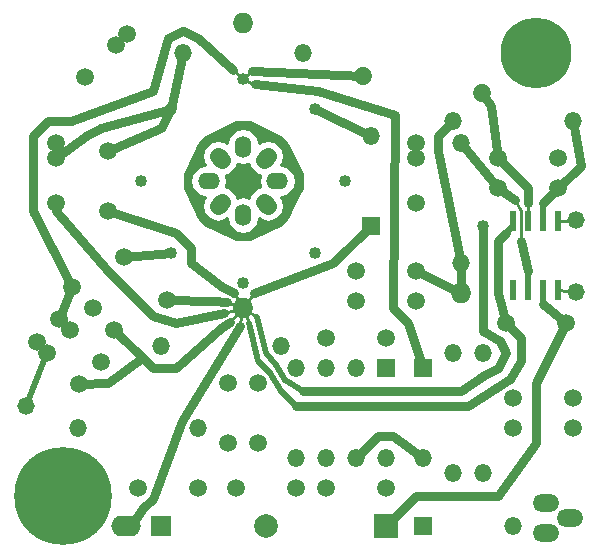
<source format=gtl>
G04 (created by PCBNEW (22-Jun-2014 BZR 4027)-stable) date Sun 29 Apr 2018 01:54:37 PM CDT*
%MOIN*%
G04 Gerber Fmt 3.4, Leading zero omitted, Abs format*
%FSLAX34Y34*%
G01*
G70*
G90*
G04 APERTURE LIST*
%ADD10C,0.00590551*%
%ADD11O,0.0885X0.059*%
%ADD12O,0.059X0.059*%
%ADD13R,0.059X0.059*%
%ADD14R,0.069X0.069*%
%ADD15O,0.099X0.069*%
%ADD16C,0.23622*%
%ADD17C,0.059*%
%ADD18O,0.069X0.069*%
%ADD19R,0.079X0.079*%
%ADD20C,0.079*%
%ADD21C,0.325*%
%ADD22R,0.019X0.07*%
%ADD23C,0.059*%
%ADD24O,0.058X0.058*%
%ADD25C,0.056*%
%ADD26O,0.072X0.056*%
%ADD27O,0.056X0.072*%
%ADD28C,0.04*%
%ADD29C,0.01*%
%ADD30C,0.02*%
%ADD31C,0.03*%
G04 APERTURE END LIST*
G54D10*
G54D11*
X95852Y-43250D03*
X96647Y-43750D03*
X95852Y-44250D03*
G54D12*
X92750Y-38250D03*
X92750Y-42250D03*
X93750Y-42250D03*
X93750Y-38250D03*
X83000Y-38000D03*
X87000Y-38000D03*
X83750Y-28250D03*
X87750Y-28250D03*
X84250Y-40750D03*
X80250Y-40750D03*
G54D13*
X90500Y-38750D03*
G54D12*
X89500Y-38750D03*
X88500Y-38750D03*
X87500Y-38750D03*
X87500Y-41750D03*
X88500Y-41750D03*
X90500Y-41750D03*
X89500Y-41750D03*
G54D14*
X83000Y-44000D03*
G54D15*
X81850Y-44000D03*
G54D16*
X95500Y-28250D03*
G54D17*
X94750Y-40750D03*
X96750Y-40750D03*
X91500Y-36500D03*
X89500Y-36500D03*
X85250Y-41250D03*
X85250Y-39250D03*
X86250Y-41250D03*
X86250Y-39250D03*
X88500Y-42750D03*
X90500Y-42750D03*
X81792Y-35042D03*
X83207Y-36457D03*
X81250Y-31500D03*
X81250Y-33500D03*
X96750Y-39750D03*
X94750Y-39750D03*
X90500Y-37750D03*
X88500Y-37750D03*
X87500Y-42750D03*
X85500Y-42750D03*
G54D18*
X85750Y-36750D03*
G54D19*
X90500Y-44000D03*
G54D20*
X86500Y-44000D03*
G54D13*
X91750Y-38750D03*
G54D12*
X91750Y-41750D03*
G54D13*
X90000Y-34000D03*
G54D12*
X90000Y-31000D03*
G54D13*
X91750Y-44000D03*
G54D12*
X94750Y-44000D03*
G54D17*
X81883Y-27616D03*
X80469Y-29030D03*
X81530Y-27969D03*
X79500Y-31250D03*
X79500Y-33250D03*
X79500Y-31750D03*
X91500Y-31250D03*
X91500Y-33250D03*
X91500Y-31750D03*
G54D21*
X79750Y-43000D03*
G54D18*
X85750Y-27250D03*
G54D22*
X96250Y-33850D03*
X95750Y-33850D03*
X95250Y-33850D03*
X94750Y-33850D03*
X94750Y-36150D03*
X95250Y-36150D03*
X95750Y-36150D03*
X96250Y-36150D03*
G54D23*
X89750Y-29000D02*
X89750Y-29000D01*
X93711Y-29556D02*
X93711Y-29556D01*
G54D12*
X96750Y-30500D03*
X92750Y-30500D03*
X93000Y-31250D03*
X93000Y-35250D03*
G54D17*
X94250Y-31750D03*
X96250Y-31750D03*
X96250Y-32750D03*
X94250Y-32750D03*
X96500Y-37250D03*
X94500Y-37250D03*
G54D18*
X93000Y-36250D03*
G54D17*
X79616Y-37116D03*
X81030Y-38530D03*
X79969Y-37469D03*
X78866Y-37866D03*
X80280Y-39280D03*
X79219Y-38219D03*
X80042Y-36042D03*
X81457Y-37457D03*
X80750Y-36750D03*
G54D24*
X96850Y-33800D03*
X96850Y-36200D03*
X78500Y-40000D03*
G54D25*
X85042Y-31792D02*
X84929Y-31679D01*
X86570Y-31679D02*
X86457Y-31792D01*
G54D26*
X86890Y-32500D03*
G54D27*
X85750Y-31359D03*
G54D25*
X86570Y-33320D02*
X86457Y-33207D01*
G54D27*
X85750Y-33640D03*
G54D25*
X85042Y-33207D02*
X84929Y-33320D01*
G54D26*
X84609Y-32500D03*
G54D17*
X84250Y-42750D03*
X82250Y-42750D03*
X91500Y-35500D03*
X89500Y-35500D03*
G54D28*
X89150Y-32500D03*
X82350Y-32500D03*
X83350Y-30100D03*
X88150Y-34900D03*
X88150Y-30100D03*
X83350Y-34900D03*
X85750Y-29100D03*
X93750Y-34000D03*
X85750Y-35900D03*
G54D29*
X96250Y-36150D02*
X96850Y-36200D01*
X96250Y-33850D02*
X96850Y-33800D01*
G54D30*
X79219Y-38219D02*
X78500Y-40000D01*
G54D31*
X95500Y-39250D02*
X96500Y-37250D01*
X91500Y-43000D02*
X94250Y-43000D01*
X94250Y-43000D02*
X95500Y-41250D01*
X95500Y-41250D02*
X95500Y-39250D01*
X90500Y-44000D02*
X91500Y-43000D01*
X96500Y-37250D02*
X96500Y-37250D01*
G54D30*
X95750Y-36500D02*
X95750Y-36600D01*
G54D31*
X95750Y-36600D02*
X96500Y-37250D01*
X93000Y-31250D02*
X94250Y-32750D01*
G54D29*
X95000Y-34500D02*
X95000Y-33500D01*
G54D30*
X95250Y-36150D02*
X95250Y-35250D01*
G54D31*
X95000Y-34500D02*
X95250Y-35500D01*
G54D30*
X95250Y-35500D02*
X95250Y-35250D01*
G54D29*
X95000Y-33500D02*
X94826Y-33134D01*
G54D31*
X94826Y-33134D02*
X94250Y-32750D01*
X93711Y-29556D02*
X94000Y-30000D01*
X94000Y-30000D02*
X94250Y-31750D01*
G54D29*
X95250Y-33850D02*
X95250Y-33250D01*
G54D31*
X95250Y-32750D02*
X94250Y-31750D01*
X95250Y-32750D02*
X95250Y-33250D01*
G54D29*
X95250Y-33250D02*
X95250Y-33250D01*
X95250Y-33250D02*
X95250Y-33250D01*
G54D31*
X89500Y-41750D02*
X90250Y-41000D01*
X90750Y-41000D02*
X91750Y-41750D01*
X90250Y-41000D02*
X90750Y-41000D01*
X96750Y-30500D02*
X97000Y-32000D01*
X97000Y-32000D02*
X96250Y-32750D01*
G54D30*
X95750Y-33850D02*
X95750Y-33250D01*
G54D31*
X95750Y-33250D02*
X96250Y-32750D01*
X83350Y-30100D02*
X81000Y-30750D01*
X80500Y-31000D02*
X79500Y-31750D01*
X81000Y-30750D02*
X80500Y-31000D01*
X83350Y-30100D02*
X83750Y-28250D01*
X81250Y-31500D02*
X83000Y-30750D01*
X83000Y-30750D02*
X83350Y-30100D01*
X88150Y-30100D02*
X90000Y-31000D01*
X81792Y-35042D02*
X83350Y-34900D01*
G54D29*
X83000Y-38000D02*
X83000Y-38000D01*
G54D31*
X91500Y-35500D02*
X93000Y-36250D01*
X93000Y-35250D02*
X93000Y-36250D01*
X92750Y-30500D02*
X92250Y-31000D01*
X92250Y-31500D02*
X93000Y-35250D01*
X92250Y-31000D02*
X92250Y-31500D01*
X90800Y-30300D02*
X88250Y-29500D01*
X80042Y-36042D02*
X79616Y-37116D01*
X79616Y-37116D02*
X79969Y-37469D01*
X80042Y-36042D02*
X78750Y-33500D01*
X83250Y-27750D02*
X82750Y-29500D01*
X82750Y-29500D02*
X80000Y-30500D01*
X80000Y-30500D02*
X79250Y-30500D01*
X79250Y-30500D02*
X78750Y-31000D01*
X78750Y-31000D02*
X78750Y-33500D01*
X84250Y-27750D02*
X85400Y-28785D01*
G54D29*
X85400Y-28785D02*
X85750Y-29100D01*
G54D31*
X83750Y-27500D02*
X83250Y-27750D01*
X84250Y-27750D02*
X83750Y-27500D01*
X89750Y-29000D02*
X86050Y-28850D01*
G54D29*
X86050Y-28850D02*
X85750Y-29100D01*
G54D31*
X88250Y-29500D02*
X86150Y-29268D01*
G54D29*
X86150Y-29268D02*
X86000Y-29250D01*
X86000Y-29250D02*
X85750Y-29100D01*
G54D31*
X91750Y-38750D02*
X91250Y-37250D01*
X91250Y-37250D02*
X90750Y-36750D01*
X90750Y-36750D02*
X90800Y-30300D01*
G54D29*
X85750Y-36750D02*
X86100Y-36250D01*
G54D31*
X88750Y-35250D02*
X86100Y-36250D01*
X88750Y-35250D02*
X90000Y-34000D01*
G54D30*
X94500Y-34250D02*
X94750Y-34000D01*
G54D31*
X94500Y-37250D02*
X94250Y-36250D01*
X94250Y-36250D02*
X94250Y-34500D01*
X94250Y-34500D02*
X94500Y-34250D01*
G54D30*
X94750Y-34000D02*
X94750Y-33850D01*
G54D31*
X80280Y-39280D02*
X81250Y-39250D01*
X82392Y-38392D02*
X82500Y-38500D01*
X81250Y-39250D02*
X82392Y-38392D01*
X81457Y-37457D02*
X82500Y-38500D01*
X82500Y-38500D02*
X82750Y-38750D01*
G54D29*
X85300Y-37200D02*
X85750Y-36750D01*
G54D31*
X85300Y-37200D02*
X85000Y-37416D01*
X85000Y-37416D02*
X83500Y-38750D01*
X83500Y-38750D02*
X82750Y-38750D01*
X93750Y-37500D02*
X93750Y-34000D01*
G54D30*
X87000Y-39500D02*
X87500Y-40000D01*
G54D31*
X95000Y-37750D02*
X95000Y-38500D01*
X95000Y-38500D02*
X94650Y-39100D01*
X94650Y-39100D02*
X93250Y-40000D01*
X93250Y-40000D02*
X92250Y-40000D01*
X92250Y-40000D02*
X87500Y-40000D01*
X94500Y-37250D02*
X95000Y-37750D01*
G54D30*
X86250Y-38500D02*
X86650Y-38900D01*
X86650Y-38900D02*
X87000Y-39500D01*
G54D29*
X85950Y-37250D02*
X85750Y-36750D01*
G54D30*
X85950Y-37250D02*
X86250Y-38500D01*
X86200Y-37050D02*
X86500Y-38250D01*
X86500Y-38250D02*
X86850Y-38650D01*
X86850Y-38650D02*
X87150Y-39150D01*
X87150Y-39150D02*
X87750Y-39500D01*
G54D29*
X86200Y-37050D02*
X85750Y-36750D01*
G54D30*
X93750Y-37500D02*
X93750Y-37500D01*
G54D31*
X94500Y-38250D02*
X94300Y-37850D01*
X94300Y-37850D02*
X93750Y-37500D01*
X87750Y-39500D02*
X93000Y-39500D01*
X94250Y-38750D02*
X93750Y-39000D01*
X93000Y-39500D02*
X93750Y-39000D01*
X94250Y-38750D02*
X94500Y-38250D01*
X85650Y-37350D02*
X83700Y-40500D01*
G54D29*
X85650Y-37350D02*
X85653Y-37230D01*
X85653Y-37230D02*
X85750Y-36750D01*
G54D31*
X82000Y-44000D02*
X82400Y-43400D01*
X82400Y-43400D02*
X82750Y-43100D01*
X82750Y-43100D02*
X83700Y-40500D01*
X83700Y-40500D02*
X83700Y-40500D01*
G54D29*
X85750Y-36750D02*
X85450Y-36250D01*
G54D31*
X85000Y-36000D02*
X84000Y-35250D01*
X84000Y-35250D02*
X84000Y-34750D01*
X84000Y-34750D02*
X83500Y-34250D01*
X83500Y-34250D02*
X81250Y-33500D01*
X85450Y-36250D02*
X85000Y-36000D01*
X82750Y-37000D02*
X81250Y-35500D01*
X81250Y-35500D02*
X79500Y-33500D01*
X79500Y-33500D02*
X79500Y-33250D01*
X85100Y-36900D02*
X83500Y-37250D01*
G54D29*
X85750Y-36750D02*
X85100Y-36900D01*
G54D31*
X82750Y-37000D02*
X83500Y-37250D01*
G54D29*
X85750Y-36750D02*
X85200Y-36550D01*
G54D31*
X84750Y-36500D02*
X83207Y-36457D01*
X85200Y-36550D02*
X84750Y-36500D01*
X83207Y-36457D02*
X83164Y-36414D01*
G54D10*
G36*
X86307Y-32696D02*
X86245Y-32709D01*
X86073Y-32823D01*
X85959Y-32995D01*
X85946Y-33057D01*
X85750Y-33018D01*
X85553Y-33057D01*
X85541Y-32995D01*
X85426Y-32823D01*
X85254Y-32709D01*
X85192Y-32696D01*
X85231Y-32500D01*
X85192Y-32303D01*
X85254Y-32291D01*
X85426Y-32176D01*
X85541Y-32004D01*
X85553Y-31942D01*
X85750Y-31981D01*
X85946Y-31942D01*
X85959Y-32004D01*
X86073Y-32176D01*
X86245Y-32291D01*
X86307Y-32303D01*
X86268Y-32500D01*
X86307Y-32696D01*
X86307Y-32696D01*
G37*
G54D29*
X86307Y-32696D02*
X86245Y-32709D01*
X86073Y-32823D01*
X85959Y-32995D01*
X85946Y-33057D01*
X85750Y-33018D01*
X85553Y-33057D01*
X85541Y-32995D01*
X85426Y-32823D01*
X85254Y-32709D01*
X85192Y-32696D01*
X85231Y-32500D01*
X85192Y-32303D01*
X85254Y-32291D01*
X85426Y-32176D01*
X85541Y-32004D01*
X85553Y-31942D01*
X85750Y-31981D01*
X85946Y-31942D01*
X85959Y-32004D01*
X86073Y-32176D01*
X86245Y-32291D01*
X86307Y-32303D01*
X86268Y-32500D01*
X86307Y-32696D01*
G54D10*
G36*
X87700Y-32738D02*
X87512Y-33112D01*
X87512Y-32500D01*
X87472Y-32297D01*
X87357Y-32125D01*
X87185Y-32010D01*
X87001Y-31973D01*
X87068Y-31874D01*
X87108Y-31671D01*
X87068Y-31468D01*
X86953Y-31296D01*
X86781Y-31181D01*
X86578Y-31141D01*
X86375Y-31181D01*
X86276Y-31248D01*
X86239Y-31064D01*
X86124Y-30892D01*
X85952Y-30777D01*
X85750Y-30737D01*
X85547Y-30777D01*
X85375Y-30892D01*
X85260Y-31064D01*
X85223Y-31248D01*
X85124Y-31181D01*
X84921Y-31141D01*
X84718Y-31181D01*
X84546Y-31296D01*
X84431Y-31468D01*
X84391Y-31671D01*
X84431Y-31874D01*
X84498Y-31973D01*
X84314Y-32010D01*
X84142Y-32125D01*
X84027Y-32297D01*
X83987Y-32500D01*
X84027Y-32702D01*
X84142Y-32874D01*
X84314Y-32989D01*
X84498Y-33026D01*
X84431Y-33125D01*
X84391Y-33328D01*
X84431Y-33531D01*
X84546Y-33703D01*
X84718Y-33818D01*
X84921Y-33858D01*
X85124Y-33818D01*
X85223Y-33751D01*
X85260Y-33935D01*
X85375Y-34107D01*
X85547Y-34222D01*
X85750Y-34262D01*
X85952Y-34222D01*
X86124Y-34107D01*
X86239Y-33935D01*
X86276Y-33751D01*
X86375Y-33818D01*
X86578Y-33858D01*
X86781Y-33818D01*
X86953Y-33703D01*
X87068Y-33531D01*
X87108Y-33328D01*
X87068Y-33125D01*
X87001Y-33026D01*
X87185Y-32989D01*
X87357Y-32874D01*
X87472Y-32702D01*
X87512Y-32500D01*
X87512Y-33112D01*
X87208Y-33720D01*
X86970Y-33958D01*
X85988Y-34450D01*
X85511Y-34450D01*
X84529Y-33958D01*
X84291Y-33720D01*
X83800Y-32738D01*
X83800Y-32261D01*
X84291Y-31279D01*
X84529Y-31041D01*
X85511Y-30550D01*
X85988Y-30550D01*
X86970Y-31041D01*
X87208Y-31279D01*
X87700Y-32261D01*
X87700Y-32738D01*
X87700Y-32738D01*
G37*
G54D29*
X87700Y-32738D02*
X87512Y-33112D01*
X87512Y-32500D01*
X87472Y-32297D01*
X87357Y-32125D01*
X87185Y-32010D01*
X87001Y-31973D01*
X87068Y-31874D01*
X87108Y-31671D01*
X87068Y-31468D01*
X86953Y-31296D01*
X86781Y-31181D01*
X86578Y-31141D01*
X86375Y-31181D01*
X86276Y-31248D01*
X86239Y-31064D01*
X86124Y-30892D01*
X85952Y-30777D01*
X85750Y-30737D01*
X85547Y-30777D01*
X85375Y-30892D01*
X85260Y-31064D01*
X85223Y-31248D01*
X85124Y-31181D01*
X84921Y-31141D01*
X84718Y-31181D01*
X84546Y-31296D01*
X84431Y-31468D01*
X84391Y-31671D01*
X84431Y-31874D01*
X84498Y-31973D01*
X84314Y-32010D01*
X84142Y-32125D01*
X84027Y-32297D01*
X83987Y-32500D01*
X84027Y-32702D01*
X84142Y-32874D01*
X84314Y-32989D01*
X84498Y-33026D01*
X84431Y-33125D01*
X84391Y-33328D01*
X84431Y-33531D01*
X84546Y-33703D01*
X84718Y-33818D01*
X84921Y-33858D01*
X85124Y-33818D01*
X85223Y-33751D01*
X85260Y-33935D01*
X85375Y-34107D01*
X85547Y-34222D01*
X85750Y-34262D01*
X85952Y-34222D01*
X86124Y-34107D01*
X86239Y-33935D01*
X86276Y-33751D01*
X86375Y-33818D01*
X86578Y-33858D01*
X86781Y-33818D01*
X86953Y-33703D01*
X87068Y-33531D01*
X87108Y-33328D01*
X87068Y-33125D01*
X87001Y-33026D01*
X87185Y-32989D01*
X87357Y-32874D01*
X87472Y-32702D01*
X87512Y-32500D01*
X87512Y-33112D01*
X87208Y-33720D01*
X86970Y-33958D01*
X85988Y-34450D01*
X85511Y-34450D01*
X84529Y-33958D01*
X84291Y-33720D01*
X83800Y-32738D01*
X83800Y-32261D01*
X84291Y-31279D01*
X84529Y-31041D01*
X85511Y-30550D01*
X85988Y-30550D01*
X86970Y-31041D01*
X87208Y-31279D01*
X87700Y-32261D01*
X87700Y-32738D01*
M02*

</source>
